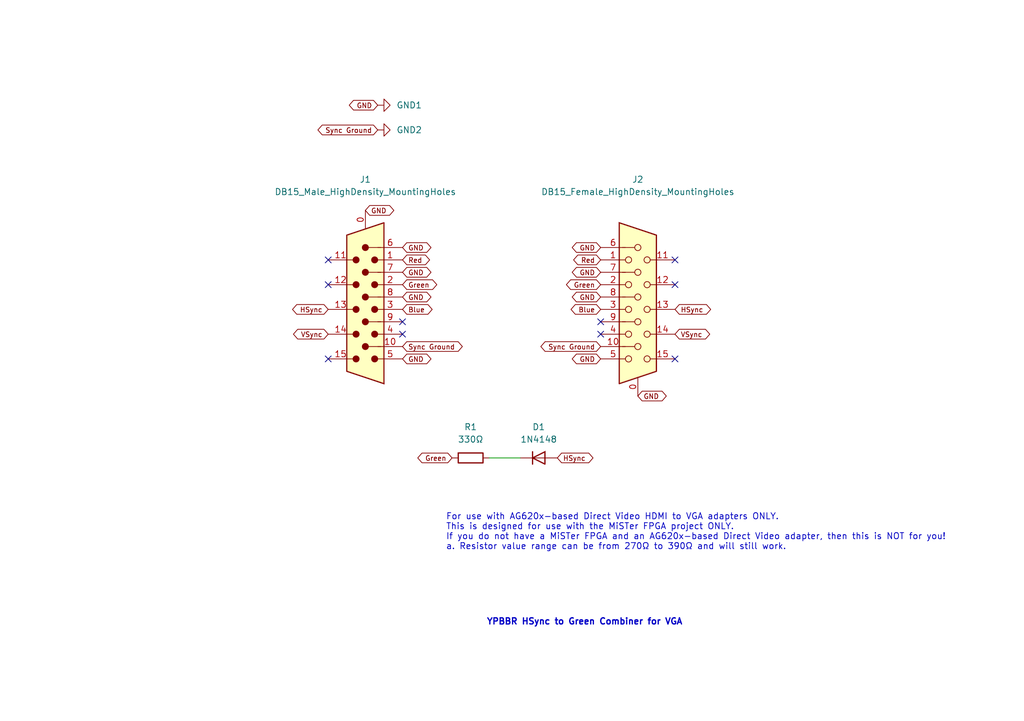
<source format=kicad_sch>
(kicad_sch (version 20211123) (generator eeschema)
  (paper "A5")
  (lib_symbols
    (symbol "Connector:DB15_Female_HighDensity_MountingHoles" (pin_names (offset 1.016) hide)
      (property "Reference" "J" (at 0 21.59 0))
      (property "Value" "DB15_Female_HighDensity_MountingHoles" (at 0 19.05 0))
      (symbol "DB15_Female_HighDensity_MountingHoles_0_1"
        (circle (center -1.905 -10.16) (radius 0.635))
        (circle (center -1.905 -5.08) (radius 0.635))
        (circle (center -1.905 0) (radius 0.635))
        (circle (center -1.905 5.08) (radius 0.635))
        (circle (center -1.905 10.16) (radius 0.635))
        (circle (center 0 -7.62) (radius 0.635))
        (circle (center 0 -2.54) (radius 0.635))
        (polyline (pts (xy -3.175 7.62) (xy -0.635 7.62)))
        (polyline (pts (xy -0.635 -7.62) (xy -3.175 -7.62)))
        (polyline (pts (xy -0.635 -2.54) (xy -3.175 -2.54)))
        (polyline (pts (xy -0.635 2.54) (xy -3.175 2.54)))
        (polyline (pts (xy -0.635 12.7) (xy -3.175 12.7)))
        (polyline (pts (xy -3.81 17.78) (xy -3.81 -15.24) (xy 3.81 -12.7) (xy 3.81 15.24) (xy -3.81 17.78)) (stroke (width 0.254)) (fill (type background)))
        (circle (center 0 2.54) (radius 0.635))
        (circle (center 0 7.62) (radius 0.635))
        (circle (center 0 12.7) (radius 0.635))
        (circle (center 1.905 -10.16) (radius 0.635))
        (circle (center 1.905 -5.08) (radius 0.635))
        (circle (center 1.905 0) (radius 0.635))
        (circle (center 1.905 5.08) (radius 0.635))
        (circle (center 1.905 10.16) (radius 0.635))
      )
      (symbol "DB15_Female_HighDensity_MountingHoles_1_1"
        (pin passive line (at 0 -17.78 90) (length 3.81) (name "~") (number "0"))
        (pin passive line (at -7.62 10.16 0) (length 5.08) (name "~") (number "1"))
        (pin passive line (at -7.62 -7.62 0) (length 5.08) (name "~") (number "10"))
        (pin passive line (at 7.62 10.16 180) (length 5.08) (name "~") (number "11"))
        (pin passive line (at 7.62 5.08 180) (length 5.08) (name "~") (number "12"))
        (pin passive line (at 7.62 0 180) (length 5.08) (name "~") (number "13"))
        (pin passive line (at 7.62 -5.08 180) (length 5.08) (name "~") (number "14"))
        (pin passive line (at 7.62 -10.16 180) (length 5.08) (name "~") (number "15"))
        (pin passive line (at -7.62 5.08 0) (length 5.08) (name "~") (number "2"))
        (pin passive line (at -7.62 0 0) (length 5.08) (name "~") (number "3"))
        (pin passive line (at -7.62 -5.08 0) (length 5.08) (name "~") (number "4"))
        (pin passive line (at -7.62 -10.16 0) (length 5.08) (name "~") (number "5"))
        (pin passive line (at -7.62 12.7 0) (length 5.08) (name "~") (number "6"))
        (pin passive line (at -7.62 7.62 0) (length 5.08) (name "~") (number "7"))
        (pin passive line (at -7.62 2.54 0) (length 5.08) (name "~") (number "8"))
        (pin passive line (at -7.62 -2.54 0) (length 5.08) (name "~") (number "9"))
      )
    )
    (symbol "Connector:DB15_Male_HighDensity_MountingHoles" (pin_names (offset 1.016) hide)
      (property "Reference" "J" (at 0 21.59 0))
      (property "Value" "DB15_Male_HighDensity_MountingHoles" (at 0 19.05 0))
      (symbol "DB15_Male_HighDensity_MountingHoles_0_1"
        (circle (center -1.905 -7.62) (radius 0.635) (fill (type outline)))
        (circle (center -1.905 -2.54) (radius 0.635) (fill (type outline)))
        (circle (center -1.905 2.54) (radius 0.635) (fill (type outline)))
        (circle (center -1.905 7.62) (radius 0.635) (fill (type outline)))
        (circle (center -1.905 12.7) (radius 0.635) (fill (type outline)))
        (circle (center 0 -10.16) (radius 0.635) (fill (type outline)))
        (circle (center 0 -5.08) (radius 0.635) (fill (type outline)))
        (polyline (pts (xy -3.175 -5.08) (xy -0.635 -5.08)))
        (polyline (pts (xy -0.635 -10.16) (xy -3.175 -10.16)))
        (polyline (pts (xy -0.635 0) (xy -3.175 0)))
        (polyline (pts (xy -0.635 5.08) (xy -3.175 5.08)))
        (polyline (pts (xy -0.635 10.16) (xy -3.175 10.16)))
        (polyline (pts (xy -3.81 17.78) (xy -3.81 -15.24) (xy 3.81 -12.7) (xy 3.81 15.24) (xy -3.81 17.78)) (stroke (width 0.254)) (fill (type background)))
        (circle (center 0 0) (radius 0.635) (fill (type outline)))
        (circle (center 0 5.08) (radius 0.635) (fill (type outline)))
        (circle (center 0 10.16) (radius 0.635) (fill (type outline)))
        (circle (center 1.905 -7.62) (radius 0.635) (fill (type outline)))
        (circle (center 1.905 -2.54) (radius 0.635) (fill (type outline)))
        (circle (center 1.905 2.54) (radius 0.635) (fill (type outline)))
        (circle (center 1.905 7.62) (radius 0.635) (fill (type outline)))
        (circle (center 1.905 12.7) (radius 0.635) (fill (type outline)))
      )
      (symbol "DB15_Male_HighDensity_MountingHoles_1_1"
        (pin passive line (at 0 -17.78 90) (length 3.81) (name "~") (number "0"))
        (pin passive line (at -7.62 -7.62 0) (length 5.08) (name "~") (number "1"))
        (pin passive line (at -7.62 10.16 0) (length 5.08) (name "~") (number "10"))
        (pin passive line (at 7.62 -7.62 180) (length 5.08) (name "~") (number "11"))
        (pin passive line (at 7.62 -2.54 180) (length 5.08) (name "~") (number "12"))
        (pin passive line (at 7.62 2.54 180) (length 5.08) (name "~") (number "13"))
        (pin passive line (at 7.62 7.62 180) (length 5.08) (name "~") (number "14"))
        (pin passive line (at 7.62 12.7 180) (length 5.08) (name "~") (number "15"))
        (pin passive line (at -7.62 -2.54 0) (length 5.08) (name "~") (number "2"))
        (pin passive line (at -7.62 2.54 0) (length 5.08) (name "~") (number "3"))
        (pin passive line (at -7.62 7.62 0) (length 5.08) (name "~") (number "4"))
        (pin passive line (at -7.62 12.7 0) (length 5.08) (name "~") (number "5"))
        (pin passive line (at -7.62 -10.16 0) (length 5.08) (name "~") (number "6"))
        (pin passive line (at -7.62 -5.08 0) (length 5.08) (name "~") (number "7"))
        (pin passive line (at -7.62 0 0) (length 5.08) (name "~") (number "8"))
        (pin passive line (at -7.62 5.08 0) (length 5.08) (name "~") (number "9"))
      )
    )
    (symbol "Device:R" (pin_numbers hide) (pin_names (offset 0))
      (property "Reference" "R" (at 2.032 0 90))
      (property "Value" "R" (at 0 0 90))
      (symbol "R_0_1"
        (rectangle (start -1.016 -2.54) (end 1.016 2.54) (stroke (width 0.254)))
      )
      (symbol "R_1_1"
        (pin passive line (at 0 3.81 270) (length 1.27) (name "~") (number "1"))
        (pin passive line (at 0 -3.81 90) (length 1.27) (name "~") (number "2"))
      )
    )
    (symbol "Diode:1N4148" (pin_numbers hide) (pin_names (offset 1.016) hide)
      (property "Reference" "D" (at 0 2.54 0))
      (property "Value" "1N4148" (at 0 -2.54 0))
      (symbol "1N4148_0_1"
        (polyline (pts (xy -1.27 1.27) (xy -1.27 -1.27)) (stroke (width 0.254)))
        (polyline (pts (xy 1.27 0) (xy -1.27 0)))
        (polyline (pts (xy 1.27 1.27) (xy 1.27 -1.27) (xy -1.27 0) (xy 1.27 1.27)) (stroke (width 0.254)))
      )
      (symbol "1N4148_1_1"
        (pin passive line (at -3.81 0 0) (length 2.54) (name "K") (number "1"))
        (pin passive line (at 3.81 0 180) (length 2.54) (name "A") (number "2"))
      )
    )
    (symbol "power:GND1" (power) (pin_names (offset 0))
      (property "Value" "GND1" (at 0 -3.81 0))
      (symbol "GND1_0_1"
        (polyline (pts (xy 0 0) (xy 0 -1.27) (xy 1.27 -1.27) (xy 0 -2.54) (xy -1.27 -1.27) (xy 0 -1.27)))
      )
      (symbol "GND1_1_1"
        (pin power_in line (at 0 0 270) (length 0) hide (name "GND1") (number "1"))
      )
    )
    (symbol "power:GND2" (power) (pin_names (offset 0))
      (property "Value" "GND2" (at 0 -3.81 0))
      (symbol "GND2_0_1"
        (polyline (pts (xy 0 0) (xy 0 -1.27) (xy 1.27 -1.27) (xy 0 -2.54) (xy -1.27 -1.27) (xy 0 -1.27)))
      )
      (symbol "GND2_1_1"
        (pin power_in line (at 0 0 270) (length 0) hide (name "GND2") (number "1"))
      )
    )
  )
  (no_connect (at 123.19 68.58))
  (no_connect (at 123.19 66.04))
  (no_connect (at 138.43 53.34))
  (no_connect (at 82.55 68.58))
  (no_connect (at 82.55 66.04))
  (no_connect (at 138.43 58.42))
  (no_connect (at 138.43 73.66))
  (no_connect (at 67.31 73.66))
  (no_connect (at 67.31 58.42))
  (no_connect (at 67.31 53.34))
  (wire (pts (xy 100.33 93.98) (xy 106.68 93.98)))
  (text "For use with AG620x-based Direct Video HDMI to VGA adapters ONLY.\nThis is designed for use with the MiSTer FPGA project ONLY.\nIf you do not have a MiSTer FPGA and an AG620x-based Direct Video adapter, then this is NOT for you!\na. Resistor value range can be from 270Ω to 390Ω and will still work." (at 91.44 113.03 0) (effects (font (size 1.27 1.27)) (justify left bottom)))
  (text "YPBBR HSync to Green Combiner for VGA" (at 99.7491 128.4785 0) (effects (font (size 1.27 1.27) (thickness 0.254) bold) (justify left bottom)))
  (global_label "Blue" (shape bidirectional) (at 123.19 63.5 180) (effects (font (size 1 1))) (property "Intersheet References" "${INTERSHEET_REFS}" (effects hide)))
  (global_label "GND" (shape bidirectional) (at 82.55 73.66 0) (effects (font (size 1 1))) (property "Intersheet References" "${INTERSHEET_REFS}" (effects hide)))
  (global_label "GND" (shape bidirectional) (at 82.55 50.8 0) (effects (font (size 1 1))) (property "Intersheet References" "${INTERSHEET_REFS}" (effects hide)))
  (global_label "GND" (shape bidirectional) (at 74.93 43.18 0) (effects (font (size 1 1))) (property "Intersheet References" "${INTERSHEET_REFS}" (effects hide)))
  (global_label "Sync Ground" (shape bidirectional) (at 123.19 71.12 180) (effects (font (size 1 1))) (property "Intersheet References" "${INTERSHEET_REFS}" (effects hide)))
  (global_label "GND" (shape bidirectional) (at 130.81 81.28 0) (effects (font (size 1 1))) (property "Intersheet References" "${INTERSHEET_REFS}" (effects hide)))
  (global_label "Red" (shape bidirectional) (at 123.19 53.34 180) (effects (font (size 1 1))) (property "Intersheet References" "${INTERSHEET_REFS}" (effects hide)))
  (global_label "HSync" (shape bidirectional) (at 138.43 63.5 0) (effects (font (size 1 1))) (property "Intersheet References" "${INTERSHEET_REFS}" (effects hide)))
  (global_label "Green" (shape bidirectional) (at 92.71 93.98 180) (effects (font (size 1 1))) (property "Intersheet References" "${INTERSHEET_REFS}" (effects hide)))
  (global_label "Sync Ground" (shape bidirectional) (at 77.47 26.67 180) (effects (font (size 1 1))) (property "Intersheet References" "${INTERSHEET_REFS}" (effects hide)))
  (global_label "Blue" (shape bidirectional) (at 82.55 63.5 0) (effects (font (size 1 1))) (property "Intersheet References" "${INTERSHEET_REFS}" (effects hide)))
  (global_label "Green" (shape bidirectional) (at 82.55 58.42 0) (effects (font (size 1 1))) (property "Intersheet References" "${INTERSHEET_REFS}" (effects hide)))
  (global_label "VSync" (shape bidirectional) (at 138.43 68.58 0) (effects (font (size 1 1))) (property "Intersheet References" "${INTERSHEET_REFS}" (effects hide)))
  (global_label "Green" (shape bidirectional) (at 123.19 58.42 180) (effects (font (size 1 1))) (property "Intersheet References" "${INTERSHEET_REFS}" (effects hide)))
  (global_label "HSync" (shape bidirectional) (at 67.31 63.5 180) (effects (font (size 1 1))) (property "Intersheet References" "${INTERSHEET_REFS}" (effects hide)))
  (global_label "GND" (shape bidirectional) (at 77.47 21.59 180) (effects (font (size 1 1))) (property "Intersheet References" "${INTERSHEET_REFS}" (effects hide)))
  (global_label "GND" (shape bidirectional) (at 82.55 55.88 0) (effects (font (size 1 1))) (property "Intersheet References" "${INTERSHEET_REFS}" (effects hide)))
  (global_label "GND" (shape bidirectional) (at 123.19 55.88 180) (effects (font (size 1 1))) (property "Intersheet References" "${INTERSHEET_REFS}" (effects hide)))
  (global_label "Red" (shape bidirectional) (at 82.55 53.34 0) (effects (font (size 1 1))) (property "Intersheet References" "${INTERSHEET_REFS}" (effects hide)))
  (global_label "HSync" (shape bidirectional) (at 114.3 93.98 0) (effects (font (size 1 1))) (property "Intersheet References" "${INTERSHEET_REFS}" (effects hide)))
  (global_label "VSync" (shape bidirectional) (at 67.31 68.58 180) (effects (font (size 1 1))) (property "Intersheet References" "${INTERSHEET_REFS}" (effects hide)))
  (global_label "Sync Ground" (shape bidirectional) (at 82.55 71.12 0) (effects (font (size 1 1))) (property "Intersheet References" "${INTERSHEET_REFS}" (effects hide)))
  (global_label "GND" (shape bidirectional) (at 123.19 60.96 180) (effects (font (size 1 1))) (property "Intersheet References" "${INTERSHEET_REFS}" (effects hide)))
  (global_label "GND" (shape bidirectional) (at 123.19 50.8 180) (effects (font (size 1 1))) (property "Intersheet References" "${INTERSHEET_REFS}" (effects hide)))
  (global_label "GND" (shape bidirectional) (at 82.55 60.96 0) (effects (font (size 1 1))) (property "Intersheet References" "${INTERSHEET_REFS}" (effects hide)))
  (global_label "GND" (shape bidirectional) (at 123.19 73.66 180) (effects (font (size 1 1))) (property "Intersheet References" "${INTERSHEET_REFS}" (effects hide)))
  (symbol (lib_id "Diode:1N4148") (at 110.49 93.98 0) (unit 1)
    (property "Reference" "D1" (at 110.49 87.63 0))
    (property "Value" "1N4148" (at 110.49 90.17 0))
    (property "Footprint" "Diode_THT:D_DO-35_SOD27_P7.62mm_Horizontal" (effects hide))
    (property "Datasheet" "https://www.onsemi.com/pdf/datasheet/1n914-d.pdf" (effects hide))
    (property "URL" "https://www.digikey.com/en/products/detail/onsemi/1N4148/458603" (effects hide))
  )
  (symbol (lib_id "Connector:DB15_Male_HighDensity_MountingHoles") (at 74.93 60.96 180) (unit 1)
    (property "Reference" "J1" (at 74.93 36.83 0))
    (property "Value" "DB15_Male_HighDensity_MountingHoles" (at 74.93 39.37 0))
    (property "Footprint" "Connector_Dsub:DSUB-15-HD_Male_Horizontal_P2.29x1.98mm_EdgePinOffset3.03mm_Housed_MountingHolesOffset4.94mm" (effects hide))
    (property "Datasheet" "https://www.amphenol-icc.com/media/wysiwyg/files/drawing/10090926.pdf" (effects hide))
    (property "URL" "https://www.digikey.com/en/products/detail/amphenol-cs-fci/10090926-P154VLF/2350295" (effects hide))
  )
  (symbol (lib_id "Device:R") (at 96.52 93.98 90) (unit 1)
    (property "Reference" "R1" (at 96.52 87.63 90))
    (property "Value" "330Ω" (at 96.52 90.17 90))
    (property "Footprint" "Resistor_THT:R_Axial_DIN0207_L6.3mm_D2.5mm_P7.62mm_Horizontal" (effects hide))
    (property "Datasheet" "https://www.yageo.com/upload/media/product/productsearch/datasheet/lr/YAGEO%20CFR_datasheet_2021v0.pdf" (effects hide))
    (property "URL" "https://www.digikey.com/en/products/detail/yageo/CFR-25JB-52-330R/1636" (effects hide))
  )
  (symbol (lib_id "power:GND2") (at 77.47 26.67 90) (unit 1)
    (property "Reference" "#PWR02" (effects hide))
    (property "Value" "GND2" (at 81.28 26.6699 90) (effects (justify right)))
  )
  (symbol (lib_id "power:GND1") (at 77.47 21.59 90) (unit 1)
    (property "Reference" "#PWR01" (effects hide))
    (property "Value" "GND1" (at 81.28 21.5899 90) (effects (justify right)))
  )
  (symbol (lib_id "Connector:DB15_Female_HighDensity_MountingHoles") (at 130.81 63.5 0) (unit 1)
    (property "Reference" "J2" (at 130.81 36.83 0))
    (property "Value" "DB15_Female_HighDensity_MountingHoles" (at 130.81 39.37 0))
    (property "Footprint" "Connector_Dsub:DSUB-15-HD_Female_Horizontal_P2.29x1.98mm_EdgePinOffset3.03mm_Housed_MountingHolesOffset4.94mm" (effects hide))
    (property "Datasheet" "https://files.edac.net/edac/content/series/og/English/EDAC%20633%20634%20Series%20D-sub%20Connectors%20English%20Ordering%20Guide.pdf" (effects hide))
    (property "URL" "https://www.digikey.com/en/products/detail/edac-inc/634-015-263-042/1299473" (effects hide))
  )
)
</source>
